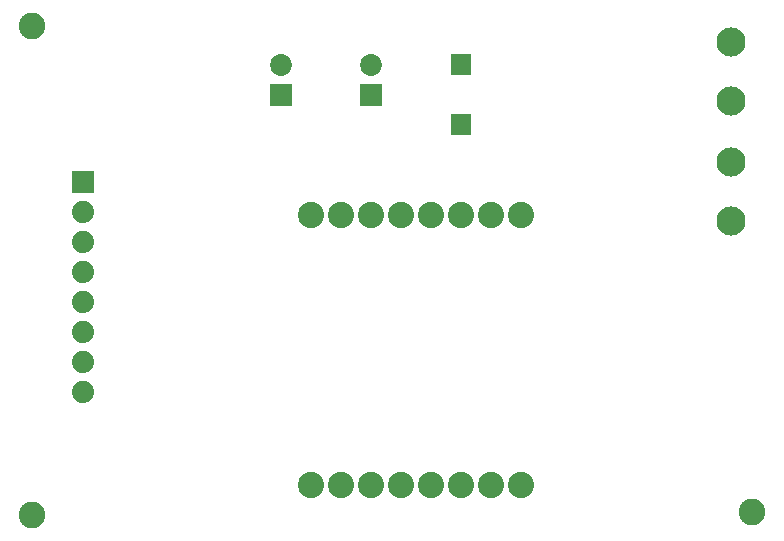
<source format=gbs>
G04 MADE WITH FRITZING*
G04 WWW.FRITZING.ORG*
G04 SINGLE SIDED*
G04 HOLES NOT PLATED*
G04 CONTOUR ON CENTER OF CONTOUR VECTOR*
%ASAXBY*%
%FSLAX23Y23*%
%MOIN*%
%OFA0B0*%
%SFA1.0B1.0*%
%ADD10C,0.088740*%
%ADD11C,0.087778*%
%ADD12C,0.074000*%
%ADD13C,0.069370*%
%ADD14C,0.097268*%
%ADD15C,0.097253*%
%ADD16C,0.072992*%
%ADD17R,0.074000X0.074000*%
%ADD18R,0.072992X0.072992*%
%ADD19R,0.001000X0.001000*%
%LNMASK0*%
G90*
G70*
G54D10*
X70Y1702D03*
X70Y72D03*
X2470Y82D03*
G54D11*
X1000Y172D03*
X1100Y172D03*
X1200Y172D03*
X1300Y172D03*
X1400Y172D03*
X1500Y172D03*
X1600Y172D03*
X1700Y172D03*
X1700Y1072D03*
X1600Y1072D03*
X1500Y1072D03*
X1400Y1072D03*
X1300Y1072D03*
X1200Y1072D03*
X1100Y1072D03*
X1000Y1072D03*
G54D12*
X240Y1182D03*
X240Y1082D03*
X240Y982D03*
X240Y882D03*
X240Y782D03*
X240Y682D03*
X240Y582D03*
X240Y482D03*
G54D13*
X1500Y1372D03*
X1500Y1572D03*
G54D14*
X2400Y1052D03*
G54D15*
X2400Y1248D03*
G54D14*
X2400Y1452D03*
G54D15*
X2400Y1648D03*
G54D16*
X1200Y1472D03*
X1200Y1570D03*
X900Y1472D03*
X900Y1570D03*
G54D17*
X240Y1182D03*
G54D18*
X1200Y1472D03*
X900Y1472D03*
G54D19*
X1466Y1607D02*
X1534Y1607D01*
X1466Y1606D02*
X1534Y1606D01*
X1466Y1605D02*
X1534Y1605D01*
X1466Y1604D02*
X1534Y1604D01*
X1466Y1603D02*
X1534Y1603D01*
X1466Y1602D02*
X1534Y1602D01*
X1466Y1601D02*
X1534Y1601D01*
X1466Y1600D02*
X1534Y1600D01*
X1466Y1599D02*
X1534Y1599D01*
X1466Y1598D02*
X1534Y1598D01*
X1466Y1597D02*
X1534Y1597D01*
X1466Y1596D02*
X1534Y1596D01*
X1466Y1595D02*
X1534Y1595D01*
X1466Y1594D02*
X1534Y1594D01*
X1466Y1593D02*
X1534Y1593D01*
X1466Y1592D02*
X1534Y1592D01*
X1466Y1591D02*
X1534Y1591D01*
X1466Y1590D02*
X1534Y1590D01*
X1466Y1589D02*
X1534Y1589D01*
X1466Y1588D02*
X1534Y1588D01*
X1466Y1587D02*
X1497Y1587D01*
X1503Y1587D02*
X1534Y1587D01*
X1466Y1586D02*
X1493Y1586D01*
X1506Y1586D02*
X1534Y1586D01*
X1466Y1585D02*
X1492Y1585D01*
X1508Y1585D02*
X1534Y1585D01*
X1466Y1584D02*
X1490Y1584D01*
X1510Y1584D02*
X1534Y1584D01*
X1466Y1583D02*
X1489Y1583D01*
X1511Y1583D02*
X1534Y1583D01*
X1466Y1582D02*
X1488Y1582D01*
X1512Y1582D02*
X1534Y1582D01*
X1466Y1581D02*
X1487Y1581D01*
X1512Y1581D02*
X1534Y1581D01*
X1466Y1580D02*
X1487Y1580D01*
X1513Y1580D02*
X1534Y1580D01*
X1466Y1579D02*
X1486Y1579D01*
X1514Y1579D02*
X1534Y1579D01*
X1466Y1578D02*
X1486Y1578D01*
X1514Y1578D02*
X1534Y1578D01*
X1466Y1577D02*
X1485Y1577D01*
X1514Y1577D02*
X1534Y1577D01*
X1466Y1576D02*
X1485Y1576D01*
X1515Y1576D02*
X1534Y1576D01*
X1466Y1575D02*
X1485Y1575D01*
X1515Y1575D02*
X1534Y1575D01*
X1466Y1574D02*
X1485Y1574D01*
X1515Y1574D02*
X1534Y1574D01*
X1466Y1573D02*
X1485Y1573D01*
X1515Y1573D02*
X1534Y1573D01*
X1466Y1572D02*
X1485Y1572D01*
X1515Y1572D02*
X1534Y1572D01*
X1466Y1571D02*
X1485Y1571D01*
X1515Y1571D02*
X1534Y1571D01*
X1466Y1570D02*
X1485Y1570D01*
X1515Y1570D02*
X1534Y1570D01*
X1466Y1569D02*
X1485Y1569D01*
X1515Y1569D02*
X1534Y1569D01*
X1466Y1568D02*
X1485Y1568D01*
X1514Y1568D02*
X1534Y1568D01*
X1466Y1567D02*
X1486Y1567D01*
X1514Y1567D02*
X1534Y1567D01*
X1466Y1566D02*
X1486Y1566D01*
X1514Y1566D02*
X1534Y1566D01*
X1466Y1565D02*
X1487Y1565D01*
X1513Y1565D02*
X1534Y1565D01*
X1466Y1564D02*
X1488Y1564D01*
X1512Y1564D02*
X1534Y1564D01*
X1466Y1563D02*
X1488Y1563D01*
X1512Y1563D02*
X1534Y1563D01*
X1466Y1562D02*
X1489Y1562D01*
X1511Y1562D02*
X1534Y1562D01*
X1466Y1561D02*
X1490Y1561D01*
X1509Y1561D02*
X1534Y1561D01*
X1466Y1560D02*
X1492Y1560D01*
X1508Y1560D02*
X1534Y1560D01*
X1466Y1559D02*
X1494Y1559D01*
X1506Y1559D02*
X1534Y1559D01*
X1466Y1558D02*
X1498Y1558D01*
X1502Y1558D02*
X1534Y1558D01*
X1466Y1557D02*
X1534Y1557D01*
X1466Y1556D02*
X1534Y1556D01*
X1466Y1555D02*
X1534Y1555D01*
X1466Y1554D02*
X1534Y1554D01*
X1466Y1553D02*
X1534Y1553D01*
X1466Y1552D02*
X1534Y1552D01*
X1466Y1551D02*
X1534Y1551D01*
X1466Y1550D02*
X1534Y1550D01*
X1466Y1549D02*
X1534Y1549D01*
X1466Y1548D02*
X1534Y1548D01*
X1466Y1547D02*
X1534Y1547D01*
X1466Y1546D02*
X1534Y1546D01*
X1466Y1545D02*
X1534Y1545D01*
X1466Y1544D02*
X1534Y1544D01*
X1466Y1543D02*
X1534Y1543D01*
X1466Y1542D02*
X1534Y1542D01*
X1466Y1541D02*
X1534Y1541D01*
X1466Y1540D02*
X1534Y1540D01*
X1466Y1539D02*
X1534Y1539D01*
X1466Y1538D02*
X1534Y1538D01*
X1466Y1407D02*
X1534Y1407D01*
X1466Y1406D02*
X1534Y1406D01*
X1466Y1405D02*
X1534Y1405D01*
X1466Y1404D02*
X1534Y1404D01*
X1466Y1403D02*
X1534Y1403D01*
X1466Y1402D02*
X1534Y1402D01*
X1466Y1401D02*
X1534Y1401D01*
X1466Y1400D02*
X1534Y1400D01*
X1466Y1399D02*
X1534Y1399D01*
X1466Y1398D02*
X1534Y1398D01*
X1466Y1397D02*
X1534Y1397D01*
X1466Y1396D02*
X1534Y1396D01*
X1466Y1395D02*
X1534Y1395D01*
X1466Y1394D02*
X1534Y1394D01*
X1466Y1393D02*
X1534Y1393D01*
X1466Y1392D02*
X1534Y1392D01*
X1466Y1391D02*
X1534Y1391D01*
X1466Y1390D02*
X1534Y1390D01*
X1466Y1389D02*
X1534Y1389D01*
X1466Y1388D02*
X1534Y1388D01*
X1466Y1387D02*
X1496Y1387D01*
X1504Y1387D02*
X1534Y1387D01*
X1466Y1386D02*
X1493Y1386D01*
X1507Y1386D02*
X1534Y1386D01*
X1466Y1385D02*
X1491Y1385D01*
X1509Y1385D02*
X1534Y1385D01*
X1466Y1384D02*
X1490Y1384D01*
X1510Y1384D02*
X1534Y1384D01*
X1466Y1383D02*
X1489Y1383D01*
X1511Y1383D02*
X1534Y1383D01*
X1466Y1382D02*
X1488Y1382D01*
X1512Y1382D02*
X1534Y1382D01*
X1466Y1381D02*
X1487Y1381D01*
X1513Y1381D02*
X1534Y1381D01*
X1466Y1380D02*
X1487Y1380D01*
X1513Y1380D02*
X1534Y1380D01*
X1466Y1379D02*
X1486Y1379D01*
X1514Y1379D02*
X1534Y1379D01*
X1466Y1378D02*
X1486Y1378D01*
X1514Y1378D02*
X1534Y1378D01*
X1466Y1377D02*
X1485Y1377D01*
X1515Y1377D02*
X1534Y1377D01*
X1466Y1376D02*
X1485Y1376D01*
X1515Y1376D02*
X1534Y1376D01*
X1466Y1375D02*
X1485Y1375D01*
X1515Y1375D02*
X1534Y1375D01*
X1466Y1374D02*
X1485Y1374D01*
X1515Y1374D02*
X1534Y1374D01*
X1466Y1373D02*
X1485Y1373D01*
X1515Y1373D02*
X1534Y1373D01*
X1466Y1372D02*
X1485Y1372D01*
X1515Y1372D02*
X1534Y1372D01*
X1466Y1371D02*
X1485Y1371D01*
X1515Y1371D02*
X1534Y1371D01*
X1466Y1370D02*
X1485Y1370D01*
X1515Y1370D02*
X1534Y1370D01*
X1466Y1369D02*
X1485Y1369D01*
X1515Y1369D02*
X1534Y1369D01*
X1466Y1368D02*
X1486Y1368D01*
X1514Y1368D02*
X1534Y1368D01*
X1466Y1367D02*
X1486Y1367D01*
X1514Y1367D02*
X1534Y1367D01*
X1466Y1366D02*
X1486Y1366D01*
X1513Y1366D02*
X1534Y1366D01*
X1466Y1365D02*
X1487Y1365D01*
X1513Y1365D02*
X1534Y1365D01*
X1466Y1364D02*
X1488Y1364D01*
X1512Y1364D02*
X1534Y1364D01*
X1466Y1363D02*
X1489Y1363D01*
X1511Y1363D02*
X1534Y1363D01*
X1466Y1362D02*
X1490Y1362D01*
X1510Y1362D02*
X1534Y1362D01*
X1466Y1361D02*
X1491Y1361D01*
X1509Y1361D02*
X1534Y1361D01*
X1466Y1360D02*
X1492Y1360D01*
X1508Y1360D02*
X1534Y1360D01*
X1466Y1359D02*
X1494Y1359D01*
X1505Y1359D02*
X1534Y1359D01*
X1466Y1358D02*
X1534Y1358D01*
X1466Y1357D02*
X1534Y1357D01*
X1466Y1356D02*
X1534Y1356D01*
X1466Y1355D02*
X1534Y1355D01*
X1466Y1354D02*
X1534Y1354D01*
X1466Y1353D02*
X1534Y1353D01*
X1466Y1352D02*
X1534Y1352D01*
X1466Y1351D02*
X1534Y1351D01*
X1466Y1350D02*
X1534Y1350D01*
X1466Y1349D02*
X1534Y1349D01*
X1466Y1348D02*
X1534Y1348D01*
X1466Y1347D02*
X1534Y1347D01*
X1466Y1346D02*
X1534Y1346D01*
X1466Y1345D02*
X1534Y1345D01*
X1466Y1344D02*
X1534Y1344D01*
X1466Y1343D02*
X1534Y1343D01*
X1466Y1342D02*
X1534Y1342D01*
X1466Y1341D02*
X1534Y1341D01*
X1466Y1340D02*
X1534Y1340D01*
X1466Y1339D02*
X1534Y1339D01*
D02*
G04 End of Mask0*
M02*
</source>
